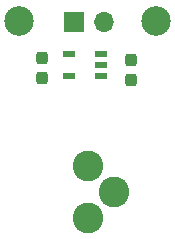
<source format=gbr>
%TF.GenerationSoftware,KiCad,Pcbnew,8.0.1*%
%TF.CreationDate,2025-01-22T18:21:48-07:00*%
%TF.ProjectId,AlcoholSensor_MQ,416c636f-686f-46c5-9365-6e736f725f4d,rev?*%
%TF.SameCoordinates,Original*%
%TF.FileFunction,Soldermask,Bot*%
%TF.FilePolarity,Negative*%
%FSLAX46Y46*%
G04 Gerber Fmt 4.6, Leading zero omitted, Abs format (unit mm)*
G04 Created by KiCad (PCBNEW 8.0.1) date 2025-01-22 18:21:48*
%MOMM*%
%LPD*%
G01*
G04 APERTURE LIST*
G04 Aperture macros list*
%AMRoundRect*
0 Rectangle with rounded corners*
0 $1 Rounding radius*
0 $2 $3 $4 $5 $6 $7 $8 $9 X,Y pos of 4 corners*
0 Add a 4 corners polygon primitive as box body*
4,1,4,$2,$3,$4,$5,$6,$7,$8,$9,$2,$3,0*
0 Add four circle primitives for the rounded corners*
1,1,$1+$1,$2,$3*
1,1,$1+$1,$4,$5*
1,1,$1+$1,$6,$7*
1,1,$1+$1,$8,$9*
0 Add four rect primitives between the rounded corners*
20,1,$1+$1,$2,$3,$4,$5,0*
20,1,$1+$1,$4,$5,$6,$7,0*
20,1,$1+$1,$6,$7,$8,$9,0*
20,1,$1+$1,$8,$9,$2,$3,0*%
G04 Aperture macros list end*
%ADD10C,2.500000*%
%ADD11C,2.600000*%
%ADD12R,1.700000X1.700000*%
%ADD13O,1.700000X1.700000*%
%ADD14RoundRect,0.237500X-0.237500X0.300000X-0.237500X-0.300000X0.237500X-0.300000X0.237500X0.300000X0*%
%ADD15R,1.003300X0.508000*%
G04 APERTURE END LIST*
D10*
%TO.C,H2*%
X180090000Y-87300000D03*
%TD*%
%TO.C,H1*%
X168500000Y-87300000D03*
%TD*%
D11*
%TO.C,U3*%
X174380000Y-99610000D03*
X176580000Y-101830000D03*
X174370000Y-104010000D03*
%TD*%
D12*
%TO.C,J1*%
X173155000Y-87380000D03*
D13*
X175695000Y-87380000D03*
%TD*%
D14*
%TO.C,C1*%
X177950000Y-90630000D03*
X177950000Y-92355000D03*
%TD*%
D15*
%TO.C,U4*%
X175450000Y-90129998D03*
X175450000Y-91079999D03*
X175450000Y-92030000D03*
X172744900Y-92030000D03*
X172744900Y-90129998D03*
%TD*%
D14*
%TO.C,C2*%
X170440000Y-90455000D03*
X170440000Y-92180000D03*
%TD*%
M02*

</source>
